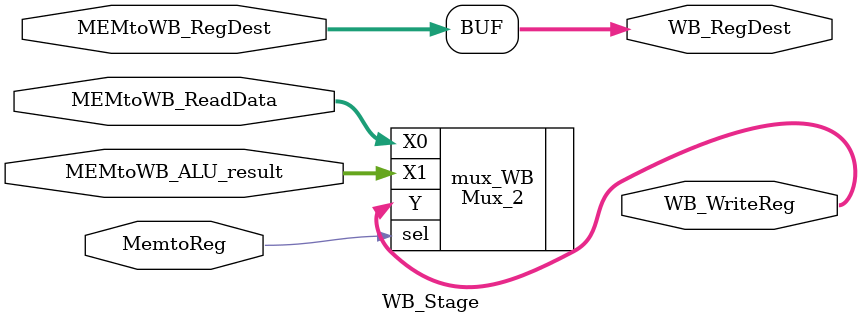
<source format=v>
module WB_Stage(
    // datapath input
    input wire [31:0] MEMtoWB_ReadData,
    input wire [31:0] MEMtoWB_ALU_result,
    input wire [4:0] MEMtoWB_RegDest,

    // control input
    input wire MemtoReg,

    // datapath output
    output wire [31:0] WB_WriteReg,
    output wire [4:0] WB_RegDest
    );
    
    Mux_2 mux_WB
    (
        .X0(MEMtoWB_ReadData), .X1(MEMtoWB_ALU_result),
        .sel(MemtoReg),
        .Y(WB_WriteReg)
    );

    assign WB_RegDest = MEMtoWB_RegDest;
    
endmodule

</source>
